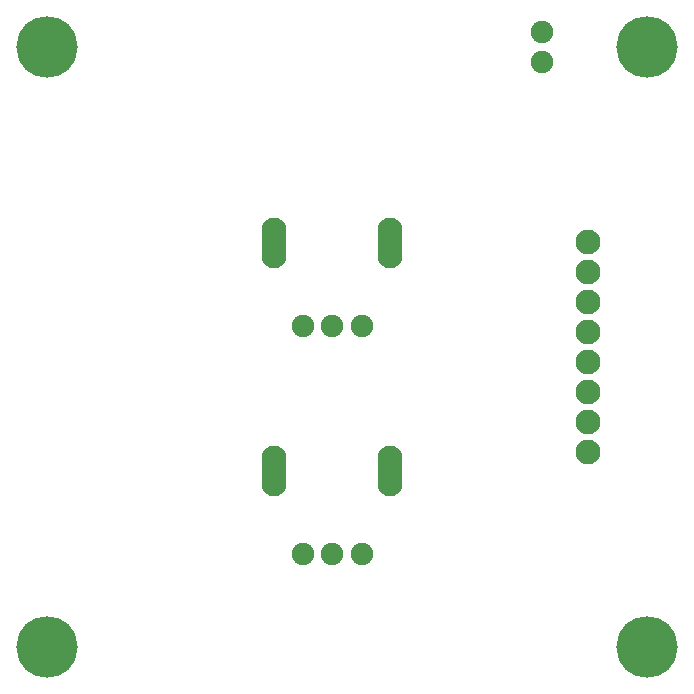
<source format=gts>
G04 Layer: TopSolderMaskLayer*
G04 EasyEDA v6.5.22, 2022-12-26 15:03:30*
G04 20e87ce0830a48a89b1795290e5d5ea8,5a6b42c53f6a479593ecc07194224c93,10*
G04 Gerber Generator version 0.2*
G04 Scale: 100 percent, Rotated: No, Reflected: No *
G04 Dimensions in millimeters *
G04 leading zeros omitted , absolute positions ,4 integer and 5 decimal *
%FSLAX45Y45*%
%MOMM*%

%ADD10C,1.9017*%
%ADD11O,2.101596X4.301489999999999*%
%ADD12C,5.2032*%
%ADD13C,1.9016*%
%ADD14C,2.1016*%

%LPD*%
D10*
G01*
X2543987Y3098800D03*
G01*
X2794000Y3098800D03*
G01*
X3043986Y3098800D03*
D11*
G01*
X2303983Y3798798D03*
G01*
X3283991Y3798798D03*
D10*
G01*
X2543987Y1168400D03*
G01*
X2794000Y1168400D03*
G01*
X3043986Y1168400D03*
D11*
G01*
X2303983Y1868398D03*
G01*
X3283991Y1868398D03*
D12*
G01*
X381000Y5461000D03*
G01*
X5461000Y5461000D03*
G01*
X5461000Y381000D03*
G01*
X381000Y381000D03*
D13*
G01*
X4572000Y5588000D03*
G01*
X4572000Y5334000D03*
D14*
G01*
X4956581Y3807205D03*
G01*
X4956581Y3553205D03*
G01*
X4956581Y3299205D03*
G01*
X4956581Y3045205D03*
G01*
X4956581Y2791205D03*
G01*
X4956581Y2537205D03*
G01*
X4956581Y2283205D03*
G01*
X4956581Y2029205D03*
M02*

</source>
